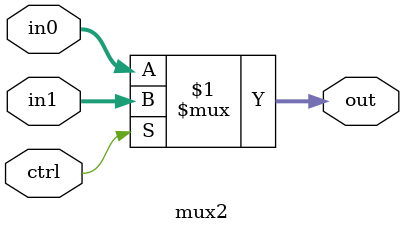
<source format=v>
`timescale 1ns / 1ps
module mux2(input [31:0] in0,in1,
            input ctrl,
            output wire [31:0]out 

    );
    
    assign out = ctrl ? in1 : in0;
endmodule

</source>
